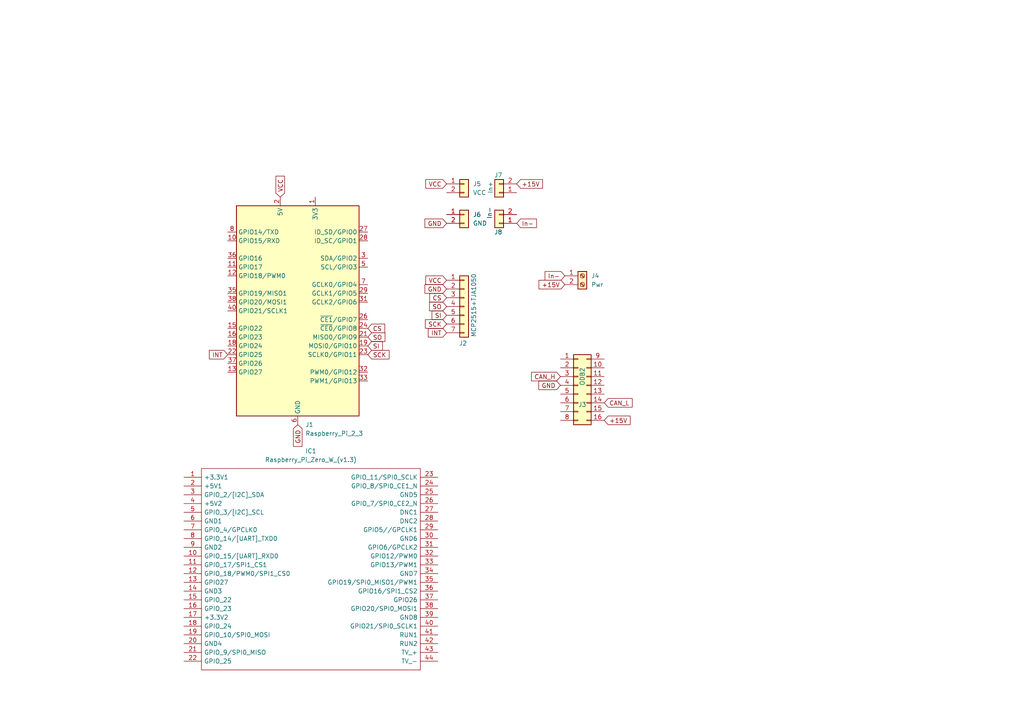
<source format=kicad_sch>
(kicad_sch (version 20231120) (generator "eeschema") (generator_version "8.0")
  (paper "A4")
  (lib_symbols
    (symbol "Connector:Raspberry_Pi_2_3"
      (property "Reference" "J" (at -17.78 31.75 0))
      (property "Value" "Raspberry_Pi_2_3" (at 10.16 -31.75 0))
      (symbol "Raspberry_Pi_2_3_0_1"
        (rectangle (start -17.78 30.48) (end 17.78 -30.48) (stroke (width 0.254)) (fill (type background)))
      )
      (symbol "Raspberry_Pi_2_3_1_1"
        (pin power_in line (at 5.08 33.02 270) (length 2.54) (name "3V3") (number "1"))
        (pin bidirectional line (at -20.32 20.32 0) (length 2.54) (name "GPIO15/RXD") (number "10"))
        (pin bidirectional line (at -20.32 12.7 0) (length 2.54) (name "GPIO17") (number "11"))
        (pin bidirectional line (at -20.32 10.16 0) (length 2.54) (name "GPIO18/PWM0") (number "12"))
        (pin bidirectional line (at -20.32 -17.78 0) (length 2.54) (name "GPIO27") (number "13"))
        (pin passive line (at 0 -33.02 90) (length 2.54) hide (name "GND") (number "14"))
        (pin bidirectional line (at -20.32 -5.08 0) (length 2.54) (name "GPIO22") (number "15"))
        (pin bidirectional line (at -20.32 -7.62 0) (length 2.54) (name "GPIO23") (number "16"))
        (pin passive line (at 5.08 33.02 270) (length 2.54) hide (name "3V3") (number "17"))
        (pin bidirectional line (at -20.32 -10.16 0) (length 2.54) (name "GPIO24") (number "18"))
        (pin bidirectional line (at 20.32 -10.16 180) (length 2.54) (name "MOSI0/GPIO10") (number "19"))
        (pin power_in line (at -5.08 33.02 270) (length 2.54) (name "5V") (number "2"))
        (pin passive line (at 0 -33.02 90) (length 2.54) hide (name "GND") (number "20"))
        (pin bidirectional line (at 20.32 -7.62 180) (length 2.54) (name "MISO0/GPIO9") (number "21"))
        (pin bidirectional line (at -20.32 -12.7 0) (length 2.54) (name "GPIO25") (number "22"))
        (pin bidirectional line (at 20.32 -12.7 180) (length 2.54) (name "SCLK0/GPIO11") (number "23"))
        (pin bidirectional line (at 20.32 -5.08 180) (length 2.54) (name "~{CE0}/GPIO8") (number "24"))
        (pin passive line (at 0 -33.02 90) (length 2.54) hide (name "GND") (number "25"))
        (pin bidirectional line (at 20.32 -2.54 180) (length 2.54) (name "~{CE1}/GPIO7") (number "26"))
        (pin bidirectional line (at 20.32 22.86 180) (length 2.54) (name "ID_SD/GPIO0") (number "27"))
        (pin bidirectional line (at 20.32 20.32 180) (length 2.54) (name "ID_SC/GPIO1") (number "28"))
        (pin bidirectional line (at 20.32 5.08 180) (length 2.54) (name "GCLK1/GPIO5") (number "29"))
        (pin bidirectional line (at 20.32 15.24 180) (length 2.54) (name "SDA/GPIO2") (number "3"))
        (pin passive line (at 0 -33.02 90) (length 2.54) hide (name "GND") (number "30"))
        (pin bidirectional line (at 20.32 2.54 180) (length 2.54) (name "GCLK2/GPIO6") (number "31"))
        (pin bidirectional line (at 20.32 -17.78 180) (length 2.54) (name "PWM0/GPIO12") (number "32"))
        (pin bidirectional line (at 20.32 -20.32 180) (length 2.54) (name "PWM1/GPIO13") (number "33"))
        (pin passive line (at 0 -33.02 90) (length 2.54) hide (name "GND") (number "34"))
        (pin bidirectional line (at -20.32 5.08 0) (length 2.54) (name "GPIO19/MISO1") (number "35"))
        (pin bidirectional line (at -20.32 15.24 0) (length 2.54) (name "GPIO16") (number "36"))
        (pin bidirectional line (at -20.32 -15.24 0) (length 2.54) (name "GPIO26") (number "37"))
        (pin bidirectional line (at -20.32 2.54 0) (length 2.54) (name "GPIO20/MOSI1") (number "38"))
        (pin passive line (at 0 -33.02 90) (length 2.54) hide (name "GND") (number "39"))
        (pin passive line (at -5.08 33.02 270) (length 2.54) hide (name "5V") (number "4"))
        (pin bidirectional line (at -20.32 0 0) (length 2.54) (name "GPIO21/SCLK1") (number "40"))
        (pin bidirectional line (at 20.32 12.7 180) (length 2.54) (name "SCL/GPIO3") (number "5"))
        (pin power_in line (at 0 -33.02 90) (length 2.54) (name "GND") (number "6"))
        (pin bidirectional line (at 20.32 7.62 180) (length 2.54) (name "GCLK0/GPIO4") (number "7"))
        (pin bidirectional line (at -20.32 22.86 0) (length 2.54) (name "GPIO14/TXD") (number "8"))
        (pin passive line (at 0 -33.02 90) (length 2.54) hide (name "GND") (number "9"))
      )
    )
    (symbol "Connector:Screw_Terminal_01x02" (pin_names (offset 1.016) hide)
      (property "Reference" "J" (at 0 2.54 0))
      (property "Value" "Screw_Terminal_01x02" (at 0 -5.08 0))
      (symbol "Screw_Terminal_01x02_1_1"
        (rectangle (start -1.27 1.27) (end 1.27 -3.81) (stroke (width 0.254)) (fill (type background)))
        (circle (center 0 -2.54) (radius 0.635) (stroke (width 0.1524)))
        (polyline (pts (xy -0.5334 -2.2098) (xy 0.3302 -3.048)) (stroke (width 0.1524)))
        (polyline (pts (xy -0.5334 0.3302) (xy 0.3302 -0.508)) (stroke (width 0.1524)))
        (polyline (pts (xy -0.3556 -2.032) (xy 0.508 -2.8702)) (stroke (width 0.1524)))
        (polyline (pts (xy -0.3556 0.508) (xy 0.508 -0.3302)) (stroke (width 0.1524)))
        (circle (center 0 0) (radius 0.635) (stroke (width 0.1524)))
        (pin passive line (at -5.08 0 0) (length 3.81) (name "Pin_1") (number "1"))
        (pin passive line (at -5.08 -2.54 0) (length 3.81) (name "Pin_2") (number "2"))
      )
    )
    (symbol "Connector_Generic:Conn_01x02" (pin_names (offset 1.016) hide)
      (property "Reference" "J" (at 0 2.54 0))
      (property "Value" "Conn_01x02" (at 0 -5.08 0))
      (symbol "Conn_01x02_1_1"
        (rectangle (start -1.27 -2.413) (end 0 -2.667) (stroke (width 0.1524)))
        (rectangle (start -1.27 0.127) (end 0 -0.127) (stroke (width 0.1524)))
        (rectangle (start -1.27 1.27) (end 1.27 -3.81) (stroke (width 0.254)) (fill (type background)))
        (pin passive line (at -5.08 0 0) (length 3.81) (name "Pin_1") (number "1"))
        (pin passive line (at -5.08 -2.54 0) (length 3.81) (name "Pin_2") (number "2"))
      )
    )
    (symbol "Connector_Generic:Conn_01x07" (pin_names (offset 1.016) hide)
      (property "Reference" "J" (at 0 10.16 0))
      (property "Value" "Conn_01x07" (at 0 -10.16 0))
      (symbol "Conn_01x07_1_1"
        (rectangle (start -1.27 -7.493) (end 0 -7.747) (stroke (width 0.1524)))
        (rectangle (start -1.27 -4.953) (end 0 -5.207) (stroke (width 0.1524)))
        (rectangle (start -1.27 -2.413) (end 0 -2.667) (stroke (width 0.1524)))
        (rectangle (start -1.27 0.127) (end 0 -0.127) (stroke (width 0.1524)))
        (rectangle (start -1.27 2.667) (end 0 2.413) (stroke (width 0.1524)))
        (rectangle (start -1.27 5.207) (end 0 4.953) (stroke (width 0.1524)))
        (rectangle (start -1.27 7.747) (end 0 7.493) (stroke (width 0.1524)))
        (rectangle (start -1.27 8.89) (end 1.27 -8.89) (stroke (width 0.254)) (fill (type background)))
        (pin passive line (at -5.08 7.62 0) (length 3.81) (name "Pin_1") (number "1"))
        (pin passive line (at -5.08 5.08 0) (length 3.81) (name "Pin_2") (number "2"))
        (pin passive line (at -5.08 2.54 0) (length 3.81) (name "Pin_3") (number "3"))
        (pin passive line (at -5.08 0 0) (length 3.81) (name "Pin_4") (number "4"))
        (pin passive line (at -5.08 -2.54 0) (length 3.81) (name "Pin_5") (number "5"))
        (pin passive line (at -5.08 -5.08 0) (length 3.81) (name "Pin_6") (number "6"))
        (pin passive line (at -5.08 -7.62 0) (length 3.81) (name "Pin_7") (number "7"))
      )
    )
    (symbol "Connector_Generic:Conn_02x08_Top_Bottom" (pin_names (offset 1.016) hide)
      (property "Reference" "J" (at 1.27 10.16 0))
      (property "Value" "Conn_02x08_Top_Bottom" (at 1.27 -12.7 0))
      (symbol "Conn_02x08_Top_Bottom_1_1"
        (rectangle (start -1.27 -10.033) (end 0 -10.287) (stroke (width 0.1524)))
        (rectangle (start -1.27 -7.493) (end 0 -7.747) (stroke (width 0.1524)))
        (rectangle (start -1.27 -4.953) (end 0 -5.207) (stroke (width 0.1524)))
        (rectangle (start -1.27 -2.413) (end 0 -2.667) (stroke (width 0.1524)))
        (rectangle (start -1.27 0.127) (end 0 -0.127) (stroke (width 0.1524)))
        (rectangle (start -1.27 2.667) (end 0 2.413) (stroke (width 0.1524)))
        (rectangle (start -1.27 5.207) (end 0 4.953) (stroke (width 0.1524)))
        (rectangle (start -1.27 7.747) (end 0 7.493) (stroke (width 0.1524)))
        (rectangle (start -1.27 8.89) (end 3.81 -11.43) (stroke (width 0.254)) (fill (type background)))
        (rectangle (start 3.81 -10.033) (end 2.54 -10.287) (stroke (width 0.1524)))
        (rectangle (start 3.81 -7.493) (end 2.54 -7.747) (stroke (width 0.1524)))
        (rectangle (start 3.81 -4.953) (end 2.54 -5.207) (stroke (width 0.1524)))
        (rectangle (start 3.81 -2.413) (end 2.54 -2.667) (stroke (width 0.1524)))
        (rectangle (start 3.81 0.127) (end 2.54 -0.127) (stroke (width 0.1524)))
        (rectangle (start 3.81 2.667) (end 2.54 2.413) (stroke (width 0.1524)))
        (rectangle (start 3.81 5.207) (end 2.54 4.953) (stroke (width 0.1524)))
        (rectangle (start 3.81 7.747) (end 2.54 7.493) (stroke (width 0.1524)))
        (pin passive line (at -5.08 7.62 0) (length 3.81) (name "Pin_1") (number "1"))
        (pin passive line (at 7.62 5.08 180) (length 3.81) (name "Pin_10") (number "10"))
        (pin passive line (at 7.62 2.54 180) (length 3.81) (name "Pin_11") (number "11"))
        (pin passive line (at 7.62 0 180) (length 3.81) (name "Pin_12") (number "12"))
        (pin passive line (at 7.62 -2.54 180) (length 3.81) (name "Pin_13") (number "13"))
        (pin passive line (at 7.62 -5.08 180) (length 3.81) (name "Pin_14") (number "14"))
        (pin passive line (at 7.62 -7.62 180) (length 3.81) (name "Pin_15") (number "15"))
        (pin passive line (at 7.62 -10.16 180) (length 3.81) (name "Pin_16") (number "16"))
        (pin passive line (at -5.08 5.08 0) (length 3.81) (name "Pin_2") (number "2"))
        (pin passive line (at -5.08 2.54 0) (length 3.81) (name "Pin_3") (number "3"))
        (pin passive line (at -5.08 0 0) (length 3.81) (name "Pin_4") (number "4"))
        (pin passive line (at -5.08 -2.54 0) (length 3.81) (name "Pin_5") (number "5"))
        (pin passive line (at -5.08 -5.08 0) (length 3.81) (name "Pin_6") (number "6"))
        (pin passive line (at -5.08 -7.62 0) (length 3.81) (name "Pin_7") (number "7"))
        (pin passive line (at -5.08 -10.16 0) (length 3.81) (name "Pin_8") (number "8"))
        (pin passive line (at 7.62 7.62 180) (length 3.81) (name "Pin_9") (number "9"))
      )
    )
    (symbol "Raspberry_Pi_Zero_W_(v1.3):Raspberry_Pi_Zero_W_(v1.3)" (pin_names (offset 0.762))
      (property "Reference" "IC" (at 69.85 7.62 0))
      (property "Value" "Raspberry_Pi_Zero_W_(v1.3)" (at 69.85 5.08 0))
      (symbol "Raspberry_Pi_Zero_W_(v1.3)_0_0"
        (pin bidirectional line (at 0 0 0) (length 5.08) (name "+3.3V1") (number "1"))
        (pin bidirectional line (at 0 -22.86 0) (length 5.08) (name "GPIO_15/[UART]_RXD0") (number "10"))
        (pin bidirectional line (at 0 -25.4 0) (length 5.08) (name "GPIO_17/SPI1_CS1") (number "11"))
        (pin bidirectional line (at 0 -27.94 0) (length 5.08) (name "GPIO_18/PWM0/SPI1_CS0") (number "12"))
        (pin bidirectional line (at 0 -30.48 0) (length 5.08) (name "GPIO27") (number "13"))
        (pin bidirectional line (at 0 -33.02 0) (length 5.08) (name "GND3") (number "14"))
        (pin bidirectional line (at 0 -35.56 0) (length 5.08) (name "GPIO_22") (number "15"))
        (pin bidirectional line (at 0 -38.1 0) (length 5.08) (name "GPIO_23") (number "16"))
        (pin bidirectional line (at 0 -40.64 0) (length 5.08) (name "+3.3V2") (number "17"))
        (pin bidirectional line (at 0 -43.18 0) (length 5.08) (name "GPIO_24") (number "18"))
        (pin bidirectional line (at 0 -45.72 0) (length 5.08) (name "GPIO_10/SPI0_MOSI") (number "19"))
        (pin bidirectional line (at 0 -2.54 0) (length 5.08) (name "+5V1") (number "2"))
        (pin bidirectional line (at 0 -48.26 0) (length 5.08) (name "GND4") (number "20"))
        (pin bidirectional line (at 0 -50.8 0) (length 5.08) (name "GPIO_9/SPI0_MISO") (number "21"))
        (pin bidirectional line (at 0 -53.34 0) (length 5.08) (name "GPIO_25") (number "22"))
        (pin bidirectional line (at 73.66 0 180) (length 5.08) (name "GPIO_11/SPI0_SCLK") (number "23"))
        (pin bidirectional line (at 73.66 -2.54 180) (length 5.08) (name "GPIO_8/SPI0_CE1_N") (number "24"))
        (pin bidirectional line (at 73.66 -5.08 180) (length 5.08) (name "GND5") (number "25"))
        (pin bidirectional line (at 73.66 -7.62 180) (length 5.08) (name "GPIO_7/SPI0_CE2_N") (number "26"))
        (pin bidirectional line (at 73.66 -10.16 180) (length 5.08) (name "DNC1") (number "27"))
        (pin bidirectional line (at 73.66 -12.7 180) (length 5.08) (name "DNC2") (number "28"))
        (pin bidirectional line (at 73.66 -15.24 180) (length 5.08) (name "GPIO5//GPCLK1") (number "29"))
        (pin bidirectional line (at 0 -5.08 0) (length 5.08) (name "GPIO_2/[I2C]_SDA") (number "3"))
        (pin bidirectional line (at 73.66 -17.78 180) (length 5.08) (name "GND6") (number "30"))
        (pin bidirectional line (at 73.66 -20.32 180) (length 5.08) (name "GPIO6/GPCLK2") (number "31"))
        (pin bidirectional line (at 73.66 -22.86 180) (length 5.08) (name "GPIO12/PWM0") (number "32"))
        (pin bidirectional line (at 73.66 -25.4 180) (length 5.08) (name "GPIO13/PWM1") (number "33"))
        (pin bidirectional line (at 73.66 -27.94 180) (length 5.08) (name "GND7") (number "34"))
        (pin bidirectional line (at 73.66 -30.48 180) (length 5.08) (name "GPIO19/SPI0_MISO1/PWM1") (number "35"))
        (pin bidirectional line (at 73.66 -33.02 180) (length 5.08) (name "GPIO16/SPI1_CS2") (number "36"))
        (pin bidirectional line (at 73.66 -35.56 180) (length 5.08) (name "GPIO26") (number "37"))
        (pin bidirectional line (at 73.66 -38.1 180) (length 5.08) (name "GPIO20/SPI0_MOSI1") (number "38"))
        (pin bidirectional line (at 73.66 -40.64 180) (length 5.08) (name "GND8") (number "39"))
        (pin bidirectional line (at 0 -7.62 0) (length 5.08) (name "+5V2") (number "4"))
        (pin bidirectional line (at 73.66 -43.18 180) (length 5.08) (name "GPIO21/SPI0_SCLK1") (number "40"))
        (pin bidirectional line (at 73.66 -45.72 180) (length 5.08) (name "RUN1") (number "41"))
        (pin bidirectional line (at 73.66 -48.26 180) (length 5.08) (name "RUN2") (number "42"))
        (pin bidirectional line (at 73.66 -50.8 180) (length 5.08) (name "TV_+") (number "43"))
        (pin bidirectional line (at 73.66 -53.34 180) (length 5.08) (name "TV_-") (number "44"))
        (pin bidirectional line (at 0 -10.16 0) (length 5.08) (name "GPIO_3/[I2C]_SCL") (number "5"))
        (pin bidirectional line (at 0 -12.7 0) (length 5.08) (name "GND1") (number "6"))
        (pin bidirectional line (at 0 -15.24 0) (length 5.08) (name "GPIO_4/GPCLK0") (number "7"))
        (pin bidirectional line (at 0 -17.78 0) (length 5.08) (name "GPIO_14/[UART]_TXD0") (number "8"))
        (pin bidirectional line (at 0 -20.32 0) (length 5.08) (name "GND2") (number "9"))
      )
      (symbol "Raspberry_Pi_Zero_W_(v1.3)_0_1"
        (polyline (pts (xy 5.08 2.54) (xy 68.58 2.54) (xy 68.58 -55.88) (xy 5.08 -55.88) (xy 5.08 2.54)) (stroke (width 0.1524)))
      )
    )
  )
  (global_label "VCC" (shape input) (at 81.28 57.15 90) (property "Intersheetrefs" "${INTERSHEET_REFS}" (effects (hide yes))))
  (global_label "CS" (shape input) (at 106.68 95.25 0) (property "Intersheetrefs" "${INTERSHEET_REFS}" (effects (hide yes))))
  (global_label "SI" (shape input) (at 106.68 100.33 0) (property "Intersheetrefs" "${INTERSHEET_REFS}" (effects (hide yes))))
  (global_label "In-" (shape input) (at 163.83 80.01 180) (property "Intersheetrefs" "${INTERSHEET_REFS}" (effects (hide yes))))
  (global_label "INT" (shape input) (at 129.54 96.52 180) (property "Intersheetrefs" "${INTERSHEET_REFS}" (effects (hide yes))))
  (global_label "GND" (shape input) (at 162.56 111.76 180) (property "Intersheetrefs" "${INTERSHEET_REFS}" (effects (hide yes))))
  (global_label "CS" (shape input) (at 129.54 86.36 180) (property "Intersheetrefs" "${INTERSHEET_REFS}" (effects (hide yes))))
  (global_label "VCC" (shape input) (at 129.54 81.28 180) (property "Intersheetrefs" "${INTERSHEET_REFS}" (effects (hide yes))))
  (global_label "CAN_H" (shape input) (at 162.56 109.22 180) (property "Intersheetrefs" "${INTERSHEET_REFS}" (effects (hide yes))))
  (global_label "+15V" (shape input) (at 149.86 53.34 0) (property "Intersheetrefs" "${INTERSHEET_REFS}" (effects (hide yes))))
  (global_label "GND" (shape input) (at 129.54 83.82 180) (property "Intersheetrefs" "${INTERSHEET_REFS}" (effects (hide yes))))
  (global_label "SCK" (shape input) (at 106.68 102.87 0) (property "Intersheetrefs" "${INTERSHEET_REFS}" (effects (hide yes))))
  (global_label "In-" (shape input) (at 149.86 64.77 0) (property "Intersheetrefs" "${INTERSHEET_REFS}" (effects (hide yes))))
  (global_label "+15V" (shape input) (at 175.26 121.92 0) (property "Intersheetrefs" "${INTERSHEET_REFS}" (effects (hide yes))))
  (global_label "SCK" (shape input) (at 129.54 93.98 180) (property "Intersheetrefs" "${INTERSHEET_REFS}" (effects (hide yes))))
  (global_label "SO" (shape input) (at 106.68 97.79 0) (property "Intersheetrefs" "${INTERSHEET_REFS}" (effects (hide yes))))
  (global_label "INT" (shape input) (at 66.04 102.87 180) (property "Intersheetrefs" "${INTERSHEET_REFS}" (effects (hide yes))))
  (global_label "CAN_L" (shape input) (at 175.26 116.84 0) (property "Intersheetrefs" "${INTERSHEET_REFS}" (effects (hide yes))))
  (global_label "SI" (shape input) (at 129.54 91.44 180) (property "Intersheetrefs" "${INTERSHEET_REFS}" (effects (hide yes))))
  (global_label "GND" (shape input) (at 86.36 123.19 270) (property "Intersheetrefs" "${INTERSHEET_REFS}" (effects (hide yes))))
  (global_label "+15V" (shape input) (at 163.83 82.55 180) (property "Intersheetrefs" "${INTERSHEET_REFS}" (effects (hide yes))))
  (global_label "GND" (shape input) (at 129.54 64.77 180) (property "Intersheetrefs" "${INTERSHEET_REFS}" (effects (hide yes))))
  (global_label "SO" (shape input) (at 129.54 88.9 180) (property "Intersheetrefs" "${INTERSHEET_REFS}" (effects (hide yes))))
  (global_label "VCC" (shape input) (at 129.54 53.34 180) (property "Intersheetrefs" "${INTERSHEET_REFS}" (effects (hide yes))))
  (symbol (lib_id "Connector:Screw_Terminal_01x02") (at 168.91 80.01 0) (unit 1)
    (property "Reference" "J4" (at 171.45 80.0099 0) (effects (justify left)))
    (property "Value" "Pwr" (at 171.45 82.5499 0) (effects (justify left)))
    (property "Footprint" "TerminalBlock_4Ucon:TerminalBlock_4Ucon_1x02_P3.50mm_Vertical" (effects (hide yes)))
    (property "Description" "Generic screw terminal, single row, 01x02, script generated (kicad-library-utils/schlib/autogen/connector/)" (effects (hide yes)))
  )
  (symbol (lib_id "Connector_Generic:Conn_01x02") (at 134.62 62.23 0) (unit 1)
    (property "Reference" "J6" (at 137.16 62.2299 0) (effects (justify left)))
    (property "Value" "GND" (at 137.16 64.7699 0) (effects (justify left)))
    (property "Footprint" "Connector_PinHeader_2.54mm:PinHeader_1x02_P2.54mm_Vertical" (effects (hide yes)))
    (property "Description" "Generic connector, single row, 01x02, script generated (kicad-library-utils/schlib/autogen/connector/)" (effects (hide yes)))
  )
  (symbol (lib_id "Connector_Generic:Conn_02x08_Top_Bottom") (at 167.64 111.76 0) (unit 1)
    (property "Reference" "J3" (at 168.91 117.348 0))
    (property "Value" "ODB2" (at 168.91 109.22 90))
    (property "Description" "Generic connector, double row, 02x08, top/bottom pin numbering scheme (row 1: 1...pins_per_row, row2: pins_per_row+1 ... num_pins), script generated (kicad-library-utils/schlib/autogen/connector/)" (effects (hide yes)))
  )
  (symbol (lib_id "Connector:Raspberry_Pi_2_3") (at 86.36 90.17 0) (unit 1)
    (property "Reference" "J1" (at 88.5541 123.19 0) (effects (justify left)))
    (property "Value" "Raspberry_Pi_2_3" (at 88.5541 125.73 0) (effects (justify left)))
    (property "Footprint" "Connector_PinHeader_2.54mm:PinHeader_2x20_P2.54mm_Vertical" (effects (hide yes)))
    (property "Datasheet" "https://www.raspberrypi.org/documentation/hardware/raspberrypi/schematics/rpi_SCH_3bplus_1p0_reduced.pdf" (effects (hide yes)))
    (property "Description" "expansion header for Raspberry Pi 2 & 3" (effects (hide yes)))
  )
  (symbol (lib_id "Connector_Generic:Conn_01x07") (at 134.62 88.9 0) (unit 1)
    (property "Reference" "J2" (at 133.096 99.568 0) (effects (justify left)))
    (property "Value" "MCP2515+TJA1050" (at 137.414 97.79 90) (effects (justify left)))
    (property "Footprint" "Connector_PinHeader_2.54mm:PinHeader_1x07_P2.54mm_Vertical" (effects (hide yes)))
    (property "Description" "Generic connector, single row, 01x07, script generated (kicad-library-utils/schlib/autogen/connector/)" (effects (hide yes)))
  )
  (symbol (lib_id "Connector_Generic:Conn_01x02") (at 144.78 64.77 180) (unit 1)
    (property "Reference" "J8" (at 144.526 67.31 0))
    (property "Value" "In-" (at 141.986 61.722 90))
    (property "Footprint" "Connector_PinHeader_2.54mm:PinHeader_1x02_P2.54mm_Vertical" (effects (hide yes)))
    (property "Description" "Generic connector, single row, 01x02, script generated (kicad-library-utils/schlib/autogen/connector/)" (effects (hide yes)))
  )
  (symbol (lib_id "Connector_Generic:Conn_01x02") (at 144.78 55.88 180) (unit 1)
    (property "Reference" "J7" (at 144.526 50.8 0))
    (property "Value" "In+" (at 142.24 54.356 90))
    (property "Footprint" "Connector_PinHeader_2.54mm:PinHeader_1x02_P2.54mm_Vertical" (effects (hide yes)))
    (property "Description" "Generic connector, single row, 01x02, script generated (kicad-library-utils/schlib/autogen/connector/)" (effects (hide yes)))
  )
  (symbol (lib_id "Raspberry_Pi_Zero_W_(v1.3):Raspberry_Pi_Zero_W_(v1.3)") (at 53.34 138.43 0) (unit 1)
    (property "Reference" "IC1" (at 90.17 130.81 0))
    (property "Value" "Raspberry_Pi_Zero_W_(v1.3)" (at 90.17 133.35 0))
    (property "Footprint" "Module:Raspberry_Pi_Zero_Socketed_THT_FaceDown_MountingHoles" (effects (hide yes)))
    (property "Datasheet" "https://cdn.sparkfun.com/assets/learn_tutorials/6/7/6/PiZero_1.pdf" (effects (hide yes)))
    (property "Description" "Raspberry Pi Zero W (v1.3) Single-board Computers" (effects (hide yes)))
    (property "Description_1" "Raspberry Pi Zero W (v1.3) Single-board Computers" (effects (hide yes)))
    (property "Manufacturer_Name" "RASPBERRY-PI" (effects (hide yes)))
    (property "Manufacturer_Part_Number" "Raspberry Pi Zero W (v1.3)" (effects (hide yes)))
    (property "Arrow Part Number" "Raspberry Pi Zero W (v1.3)" (effects (hide yes)))
  )
  (symbol (lib_id "Connector_Generic:Conn_01x02") (at 134.62 53.34 0) (unit 1)
    (property "Reference" "J5" (at 137.16 53.3399 0) (effects (justify left)))
    (property "Value" "VCC" (at 137.16 55.8799 0) (effects (justify left)))
    (property "Footprint" "Connector_PinHeader_2.54mm:PinHeader_1x02_P2.54mm_Vertical" (effects (hide yes)))
    (property "Description" "Generic connector, single row, 01x02, script generated (kicad-library-utils/schlib/autogen/connector/)" (effects (hide yes)))
  )
)
</source>
